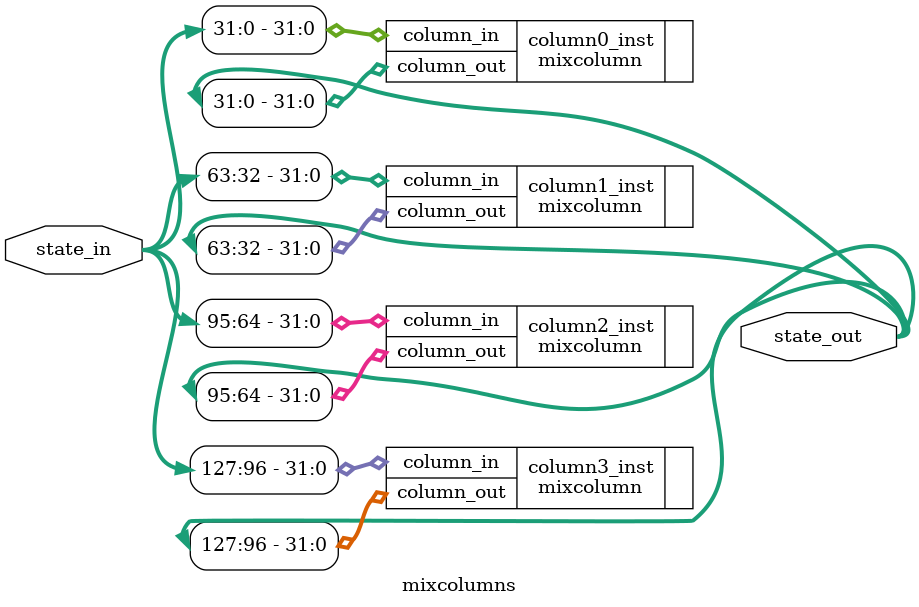
<source format=v>
/*
 * This component implements the AES MixColumns operation by applying the mixcolumn component on each 32bit column of the state matrix
 * Be careful how rows and columns are stored in the state!
 */

module mixcolumns(state_in, state_out);
	
	input [127:0] state_in;
	output [127:0] state_out;
	
	mixcolumn column0_inst (.column_in(state_in[31:0]), .column_out(state_out[31:0]));
	mixcolumn column1_inst (.column_in(state_in[63:32]), .column_out(state_out[63:32]));
	mixcolumn column2_inst (.column_in(state_in[95:64]), .column_out(state_out[95:64]));
	mixcolumn column3_inst (.column_in(state_in[127:96]), .column_out(state_out[127:96]));
endmodule



</source>
